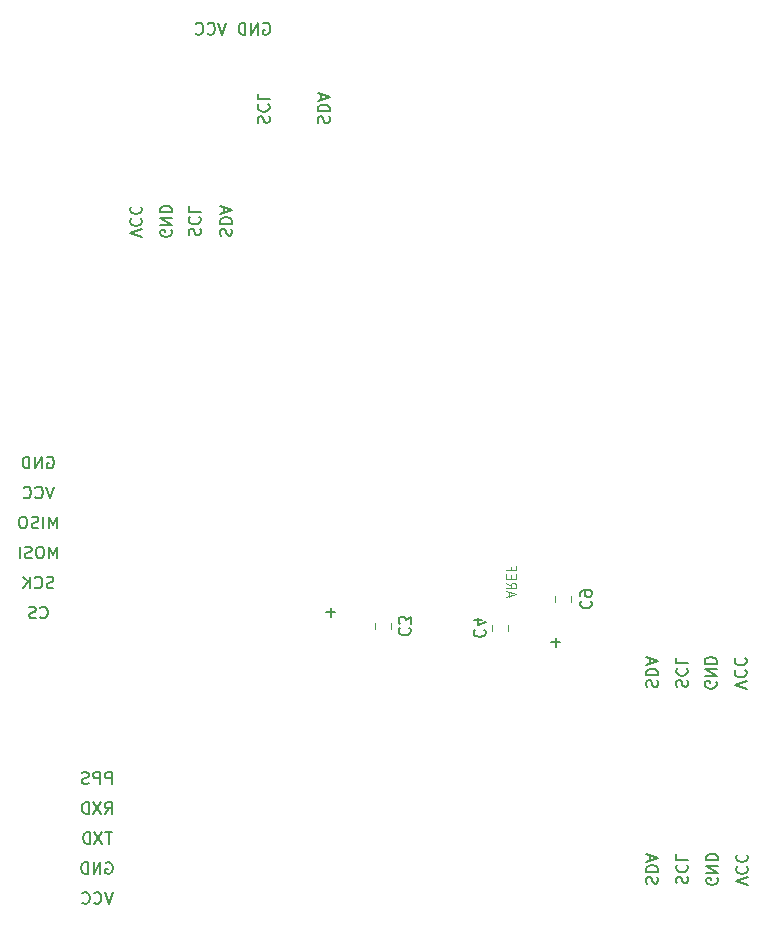
<source format=gbr>
G04 #@! TF.GenerationSoftware,KiCad,Pcbnew,5.1.4*
G04 #@! TF.CreationDate,2019-09-28T03:23:27+02:00*
G04 #@! TF.ProjectId,Stratosensor,53747261-746f-4736-956e-736f722e6b69,rev?*
G04 #@! TF.SameCoordinates,Original*
G04 #@! TF.FileFunction,Legend,Bot*
G04 #@! TF.FilePolarity,Positive*
%FSLAX46Y46*%
G04 Gerber Fmt 4.6, Leading zero omitted, Abs format (unit mm)*
G04 Created by KiCad (PCBNEW 5.1.4) date 2019-09-28 03:23:27*
%MOMM*%
%LPD*%
G04 APERTURE LIST*
%ADD10C,0.150000*%
%ADD11C,0.120000*%
%ADD12C,3.302000*%
%ADD13C,1.626000*%
%ADD14R,1.626000X1.626000*%
%ADD15C,1.702000*%
%ADD16O,1.802000X1.802000*%
%ADD17R,1.802000X1.802000*%
%ADD18C,0.100000*%
%ADD19C,1.252000*%
%ADD20O,2.302000X1.842000*%
%ADD21C,1.842000*%
%ADD22R,1.702000X1.702000*%
%ADD23C,1.902000*%
%ADD24R,1.902000X1.902000*%
%ADD25O,1.702000X1.702000*%
%ADD26C,2.202000*%
%ADD27C,1.802000*%
%ADD28C,1.852000*%
%ADD29R,1.852000X1.852000*%
%ADD30C,1.602000*%
%ADD31O,1.829200X1.829200*%
%ADD32R,1.829200X1.829200*%
G04 APERTURE END LIST*
D10*
X143883000Y-138810904D02*
X143930619Y-138906142D01*
X143930619Y-139049000D01*
X143883000Y-139191857D01*
X143787761Y-139287095D01*
X143692523Y-139334714D01*
X143502047Y-139382333D01*
X143359190Y-139382333D01*
X143168714Y-139334714D01*
X143073476Y-139287095D01*
X142978238Y-139191857D01*
X142930619Y-139049000D01*
X142930619Y-138953761D01*
X142978238Y-138810904D01*
X143025857Y-138763285D01*
X143359190Y-138763285D01*
X143359190Y-138953761D01*
X142930619Y-138334714D02*
X143930619Y-138334714D01*
X142930619Y-137763285D01*
X143930619Y-137763285D01*
X142930619Y-137287095D02*
X143930619Y-137287095D01*
X143930619Y-137049000D01*
X143883000Y-136906142D01*
X143787761Y-136810904D01*
X143692523Y-136763285D01*
X143502047Y-136715666D01*
X143359190Y-136715666D01*
X143168714Y-136763285D01*
X143073476Y-136810904D01*
X142978238Y-136906142D01*
X142930619Y-137049000D01*
X142930619Y-137287095D01*
X146470619Y-139382333D02*
X145470619Y-139049000D01*
X146470619Y-138715666D01*
X145565857Y-137810904D02*
X145518238Y-137858523D01*
X145470619Y-138001380D01*
X145470619Y-138096619D01*
X145518238Y-138239476D01*
X145613476Y-138334714D01*
X145708714Y-138382333D01*
X145899190Y-138429952D01*
X146042047Y-138429952D01*
X146232523Y-138382333D01*
X146327761Y-138334714D01*
X146423000Y-138239476D01*
X146470619Y-138096619D01*
X146470619Y-138001380D01*
X146423000Y-137858523D01*
X146375380Y-137810904D01*
X145565857Y-136810904D02*
X145518238Y-136858523D01*
X145470619Y-137001380D01*
X145470619Y-137096619D01*
X145518238Y-137239476D01*
X145613476Y-137334714D01*
X145708714Y-137382333D01*
X145899190Y-137429952D01*
X146042047Y-137429952D01*
X146232523Y-137382333D01*
X146327761Y-137334714D01*
X146423000Y-137239476D01*
X146470619Y-137096619D01*
X146470619Y-137001380D01*
X146423000Y-136858523D01*
X146375380Y-136810904D01*
X146343619Y-122745333D02*
X145343619Y-122412000D01*
X146343619Y-122078666D01*
X145438857Y-121173904D02*
X145391238Y-121221523D01*
X145343619Y-121364380D01*
X145343619Y-121459619D01*
X145391238Y-121602476D01*
X145486476Y-121697714D01*
X145581714Y-121745333D01*
X145772190Y-121792952D01*
X145915047Y-121792952D01*
X146105523Y-121745333D01*
X146200761Y-121697714D01*
X146296000Y-121602476D01*
X146343619Y-121459619D01*
X146343619Y-121364380D01*
X146296000Y-121221523D01*
X146248380Y-121173904D01*
X145438857Y-120173904D02*
X145391238Y-120221523D01*
X145343619Y-120364380D01*
X145343619Y-120459619D01*
X145391238Y-120602476D01*
X145486476Y-120697714D01*
X145581714Y-120745333D01*
X145772190Y-120792952D01*
X145915047Y-120792952D01*
X146105523Y-120745333D01*
X146200761Y-120697714D01*
X146296000Y-120602476D01*
X146343619Y-120459619D01*
X146343619Y-120364380D01*
X146296000Y-120221523D01*
X146248380Y-120173904D01*
X143756000Y-122173904D02*
X143803619Y-122269142D01*
X143803619Y-122412000D01*
X143756000Y-122554857D01*
X143660761Y-122650095D01*
X143565523Y-122697714D01*
X143375047Y-122745333D01*
X143232190Y-122745333D01*
X143041714Y-122697714D01*
X142946476Y-122650095D01*
X142851238Y-122554857D01*
X142803619Y-122412000D01*
X142803619Y-122316761D01*
X142851238Y-122173904D01*
X142898857Y-122126285D01*
X143232190Y-122126285D01*
X143232190Y-122316761D01*
X142803619Y-121697714D02*
X143803619Y-121697714D01*
X142803619Y-121126285D01*
X143803619Y-121126285D01*
X142803619Y-120650095D02*
X143803619Y-120650095D01*
X143803619Y-120412000D01*
X143756000Y-120269142D01*
X143660761Y-120173904D01*
X143565523Y-120126285D01*
X143375047Y-120078666D01*
X143232190Y-120078666D01*
X143041714Y-120126285D01*
X142946476Y-120173904D01*
X142851238Y-120269142D01*
X142803619Y-120412000D01*
X142803619Y-120650095D01*
X130555952Y-118816428D02*
X129794047Y-118816428D01*
X130175000Y-119197380D02*
X130175000Y-118435476D01*
X111505952Y-116276428D02*
X110744047Y-116276428D01*
X111125000Y-116657380D02*
X111125000Y-115895476D01*
D11*
X126231666Y-114960238D02*
X126231666Y-114579285D01*
X126003095Y-115036428D02*
X126803095Y-114769761D01*
X126003095Y-114503095D01*
X126003095Y-113779285D02*
X126384047Y-114045952D01*
X126003095Y-114236428D02*
X126803095Y-114236428D01*
X126803095Y-113931666D01*
X126765000Y-113855476D01*
X126726904Y-113817380D01*
X126650714Y-113779285D01*
X126536428Y-113779285D01*
X126460238Y-113817380D01*
X126422142Y-113855476D01*
X126384047Y-113931666D01*
X126384047Y-114236428D01*
X126422142Y-113436428D02*
X126422142Y-113169761D01*
X126003095Y-113055476D02*
X126003095Y-113436428D01*
X126803095Y-113436428D01*
X126803095Y-113055476D01*
X126422142Y-112445952D02*
X126422142Y-112712619D01*
X126003095Y-112712619D02*
X126803095Y-112712619D01*
X126803095Y-112331666D01*
D10*
X105441428Y-66429000D02*
X105536666Y-66381380D01*
X105679523Y-66381380D01*
X105822380Y-66429000D01*
X105917619Y-66524238D01*
X105965238Y-66619476D01*
X106012857Y-66809952D01*
X106012857Y-66952809D01*
X105965238Y-67143285D01*
X105917619Y-67238523D01*
X105822380Y-67333761D01*
X105679523Y-67381380D01*
X105584285Y-67381380D01*
X105441428Y-67333761D01*
X105393809Y-67286142D01*
X105393809Y-66952809D01*
X105584285Y-66952809D01*
X104965238Y-67381380D02*
X104965238Y-66381380D01*
X104393809Y-67381380D01*
X104393809Y-66381380D01*
X103917619Y-67381380D02*
X103917619Y-66381380D01*
X103679523Y-66381380D01*
X103536666Y-66429000D01*
X103441428Y-66524238D01*
X103393809Y-66619476D01*
X103346190Y-66809952D01*
X103346190Y-66952809D01*
X103393809Y-67143285D01*
X103441428Y-67238523D01*
X103536666Y-67333761D01*
X103679523Y-67381380D01*
X103917619Y-67381380D01*
X102298571Y-66381380D02*
X101965238Y-67381380D01*
X101631904Y-66381380D01*
X100727142Y-67286142D02*
X100774761Y-67333761D01*
X100917619Y-67381380D01*
X101012857Y-67381380D01*
X101155714Y-67333761D01*
X101250952Y-67238523D01*
X101298571Y-67143285D01*
X101346190Y-66952809D01*
X101346190Y-66809952D01*
X101298571Y-66619476D01*
X101250952Y-66524238D01*
X101155714Y-66429000D01*
X101012857Y-66381380D01*
X100917619Y-66381380D01*
X100774761Y-66429000D01*
X100727142Y-66476619D01*
X99727142Y-67286142D02*
X99774761Y-67333761D01*
X99917619Y-67381380D01*
X100012857Y-67381380D01*
X100155714Y-67333761D01*
X100250952Y-67238523D01*
X100298571Y-67143285D01*
X100346190Y-66952809D01*
X100346190Y-66809952D01*
X100298571Y-66619476D01*
X100250952Y-66524238D01*
X100155714Y-66429000D01*
X100012857Y-66381380D01*
X99917619Y-66381380D01*
X99774761Y-66429000D01*
X99727142Y-66476619D01*
X97655000Y-83946904D02*
X97702619Y-84042142D01*
X97702619Y-84185000D01*
X97655000Y-84327857D01*
X97559761Y-84423095D01*
X97464523Y-84470714D01*
X97274047Y-84518333D01*
X97131190Y-84518333D01*
X96940714Y-84470714D01*
X96845476Y-84423095D01*
X96750238Y-84327857D01*
X96702619Y-84185000D01*
X96702619Y-84089761D01*
X96750238Y-83946904D01*
X96797857Y-83899285D01*
X97131190Y-83899285D01*
X97131190Y-84089761D01*
X96702619Y-83470714D02*
X97702619Y-83470714D01*
X96702619Y-82899285D01*
X97702619Y-82899285D01*
X96702619Y-82423095D02*
X97702619Y-82423095D01*
X97702619Y-82185000D01*
X97655000Y-82042142D01*
X97559761Y-81946904D01*
X97464523Y-81899285D01*
X97274047Y-81851666D01*
X97131190Y-81851666D01*
X96940714Y-81899285D01*
X96845476Y-81946904D01*
X96750238Y-82042142D01*
X96702619Y-82185000D01*
X96702619Y-82423095D01*
X95162619Y-84518333D02*
X94162619Y-84185000D01*
X95162619Y-83851666D01*
X94257857Y-82946904D02*
X94210238Y-82994523D01*
X94162619Y-83137380D01*
X94162619Y-83232619D01*
X94210238Y-83375476D01*
X94305476Y-83470714D01*
X94400714Y-83518333D01*
X94591190Y-83565952D01*
X94734047Y-83565952D01*
X94924523Y-83518333D01*
X95019761Y-83470714D01*
X95115000Y-83375476D01*
X95162619Y-83232619D01*
X95162619Y-83137380D01*
X95115000Y-82994523D01*
X95067380Y-82946904D01*
X94257857Y-81946904D02*
X94210238Y-81994523D01*
X94162619Y-82137380D01*
X94162619Y-82232619D01*
X94210238Y-82375476D01*
X94305476Y-82470714D01*
X94400714Y-82518333D01*
X94591190Y-82565952D01*
X94734047Y-82565952D01*
X94924523Y-82518333D01*
X95019761Y-82470714D01*
X95115000Y-82375476D01*
X95162619Y-82232619D01*
X95162619Y-82137380D01*
X95115000Y-81994523D01*
X95067380Y-81946904D01*
X105005238Y-74850476D02*
X104957619Y-74707619D01*
X104957619Y-74469523D01*
X105005238Y-74374285D01*
X105052857Y-74326666D01*
X105148095Y-74279047D01*
X105243333Y-74279047D01*
X105338571Y-74326666D01*
X105386190Y-74374285D01*
X105433809Y-74469523D01*
X105481428Y-74660000D01*
X105529047Y-74755238D01*
X105576666Y-74802857D01*
X105671904Y-74850476D01*
X105767142Y-74850476D01*
X105862380Y-74802857D01*
X105910000Y-74755238D01*
X105957619Y-74660000D01*
X105957619Y-74421904D01*
X105910000Y-74279047D01*
X105052857Y-73279047D02*
X105005238Y-73326666D01*
X104957619Y-73469523D01*
X104957619Y-73564761D01*
X105005238Y-73707619D01*
X105100476Y-73802857D01*
X105195714Y-73850476D01*
X105386190Y-73898095D01*
X105529047Y-73898095D01*
X105719523Y-73850476D01*
X105814761Y-73802857D01*
X105910000Y-73707619D01*
X105957619Y-73564761D01*
X105957619Y-73469523D01*
X105910000Y-73326666D01*
X105862380Y-73279047D01*
X104957619Y-72374285D02*
X104957619Y-72850476D01*
X105957619Y-72850476D01*
X110085238Y-74874285D02*
X110037619Y-74731428D01*
X110037619Y-74493333D01*
X110085238Y-74398095D01*
X110132857Y-74350476D01*
X110228095Y-74302857D01*
X110323333Y-74302857D01*
X110418571Y-74350476D01*
X110466190Y-74398095D01*
X110513809Y-74493333D01*
X110561428Y-74683809D01*
X110609047Y-74779047D01*
X110656666Y-74826666D01*
X110751904Y-74874285D01*
X110847142Y-74874285D01*
X110942380Y-74826666D01*
X110990000Y-74779047D01*
X111037619Y-74683809D01*
X111037619Y-74445714D01*
X110990000Y-74302857D01*
X110037619Y-73874285D02*
X111037619Y-73874285D01*
X111037619Y-73636190D01*
X110990000Y-73493333D01*
X110894761Y-73398095D01*
X110799523Y-73350476D01*
X110609047Y-73302857D01*
X110466190Y-73302857D01*
X110275714Y-73350476D01*
X110180476Y-73398095D01*
X110085238Y-73493333D01*
X110037619Y-73636190D01*
X110037619Y-73874285D01*
X110323333Y-72921904D02*
X110323333Y-72445714D01*
X110037619Y-73017142D02*
X111037619Y-72683809D01*
X110037619Y-72350476D01*
X99163238Y-84375476D02*
X99115619Y-84232619D01*
X99115619Y-83994523D01*
X99163238Y-83899285D01*
X99210857Y-83851666D01*
X99306095Y-83804047D01*
X99401333Y-83804047D01*
X99496571Y-83851666D01*
X99544190Y-83899285D01*
X99591809Y-83994523D01*
X99639428Y-84185000D01*
X99687047Y-84280238D01*
X99734666Y-84327857D01*
X99829904Y-84375476D01*
X99925142Y-84375476D01*
X100020380Y-84327857D01*
X100068000Y-84280238D01*
X100115619Y-84185000D01*
X100115619Y-83946904D01*
X100068000Y-83804047D01*
X99210857Y-82804047D02*
X99163238Y-82851666D01*
X99115619Y-82994523D01*
X99115619Y-83089761D01*
X99163238Y-83232619D01*
X99258476Y-83327857D01*
X99353714Y-83375476D01*
X99544190Y-83423095D01*
X99687047Y-83423095D01*
X99877523Y-83375476D01*
X99972761Y-83327857D01*
X100068000Y-83232619D01*
X100115619Y-83089761D01*
X100115619Y-82994523D01*
X100068000Y-82851666D01*
X100020380Y-82804047D01*
X99115619Y-81899285D02*
X99115619Y-82375476D01*
X100115619Y-82375476D01*
X101830238Y-84399285D02*
X101782619Y-84256428D01*
X101782619Y-84018333D01*
X101830238Y-83923095D01*
X101877857Y-83875476D01*
X101973095Y-83827857D01*
X102068333Y-83827857D01*
X102163571Y-83875476D01*
X102211190Y-83923095D01*
X102258809Y-84018333D01*
X102306428Y-84208809D01*
X102354047Y-84304047D01*
X102401666Y-84351666D01*
X102496904Y-84399285D01*
X102592142Y-84399285D01*
X102687380Y-84351666D01*
X102735000Y-84304047D01*
X102782619Y-84208809D01*
X102782619Y-83970714D01*
X102735000Y-83827857D01*
X101782619Y-83399285D02*
X102782619Y-83399285D01*
X102782619Y-83161190D01*
X102735000Y-83018333D01*
X102639761Y-82923095D01*
X102544523Y-82875476D01*
X102354047Y-82827857D01*
X102211190Y-82827857D01*
X102020714Y-82875476D01*
X101925476Y-82923095D01*
X101830238Y-83018333D01*
X101782619Y-83161190D01*
X101782619Y-83399285D01*
X102068333Y-82446904D02*
X102068333Y-81970714D01*
X101782619Y-82542142D02*
X102782619Y-82208809D01*
X101782619Y-81875476D01*
X137898238Y-139263285D02*
X137850619Y-139120428D01*
X137850619Y-138882333D01*
X137898238Y-138787095D01*
X137945857Y-138739476D01*
X138041095Y-138691857D01*
X138136333Y-138691857D01*
X138231571Y-138739476D01*
X138279190Y-138787095D01*
X138326809Y-138882333D01*
X138374428Y-139072809D01*
X138422047Y-139168047D01*
X138469666Y-139215666D01*
X138564904Y-139263285D01*
X138660142Y-139263285D01*
X138755380Y-139215666D01*
X138803000Y-139168047D01*
X138850619Y-139072809D01*
X138850619Y-138834714D01*
X138803000Y-138691857D01*
X137850619Y-138263285D02*
X138850619Y-138263285D01*
X138850619Y-138025190D01*
X138803000Y-137882333D01*
X138707761Y-137787095D01*
X138612523Y-137739476D01*
X138422047Y-137691857D01*
X138279190Y-137691857D01*
X138088714Y-137739476D01*
X137993476Y-137787095D01*
X137898238Y-137882333D01*
X137850619Y-138025190D01*
X137850619Y-138263285D01*
X138136333Y-137310904D02*
X138136333Y-136834714D01*
X137850619Y-137406142D02*
X138850619Y-137072809D01*
X137850619Y-136739476D01*
X140438238Y-139239476D02*
X140390619Y-139096619D01*
X140390619Y-138858523D01*
X140438238Y-138763285D01*
X140485857Y-138715666D01*
X140581095Y-138668047D01*
X140676333Y-138668047D01*
X140771571Y-138715666D01*
X140819190Y-138763285D01*
X140866809Y-138858523D01*
X140914428Y-139049000D01*
X140962047Y-139144238D01*
X141009666Y-139191857D01*
X141104904Y-139239476D01*
X141200142Y-139239476D01*
X141295380Y-139191857D01*
X141343000Y-139144238D01*
X141390619Y-139049000D01*
X141390619Y-138810904D01*
X141343000Y-138668047D01*
X140485857Y-137668047D02*
X140438238Y-137715666D01*
X140390619Y-137858523D01*
X140390619Y-137953761D01*
X140438238Y-138096619D01*
X140533476Y-138191857D01*
X140628714Y-138239476D01*
X140819190Y-138287095D01*
X140962047Y-138287095D01*
X141152523Y-138239476D01*
X141247761Y-138191857D01*
X141343000Y-138096619D01*
X141390619Y-137953761D01*
X141390619Y-137858523D01*
X141343000Y-137715666D01*
X141295380Y-137668047D01*
X140390619Y-136763285D02*
X140390619Y-137239476D01*
X141390619Y-137239476D01*
X137898238Y-122626285D02*
X137850619Y-122483428D01*
X137850619Y-122245333D01*
X137898238Y-122150095D01*
X137945857Y-122102476D01*
X138041095Y-122054857D01*
X138136333Y-122054857D01*
X138231571Y-122102476D01*
X138279190Y-122150095D01*
X138326809Y-122245333D01*
X138374428Y-122435809D01*
X138422047Y-122531047D01*
X138469666Y-122578666D01*
X138564904Y-122626285D01*
X138660142Y-122626285D01*
X138755380Y-122578666D01*
X138803000Y-122531047D01*
X138850619Y-122435809D01*
X138850619Y-122197714D01*
X138803000Y-122054857D01*
X137850619Y-121626285D02*
X138850619Y-121626285D01*
X138850619Y-121388190D01*
X138803000Y-121245333D01*
X138707761Y-121150095D01*
X138612523Y-121102476D01*
X138422047Y-121054857D01*
X138279190Y-121054857D01*
X138088714Y-121102476D01*
X137993476Y-121150095D01*
X137898238Y-121245333D01*
X137850619Y-121388190D01*
X137850619Y-121626285D01*
X138136333Y-120673904D02*
X138136333Y-120197714D01*
X137850619Y-120769142D02*
X138850619Y-120435809D01*
X137850619Y-120102476D01*
X140438238Y-122602476D02*
X140390619Y-122459619D01*
X140390619Y-122221523D01*
X140438238Y-122126285D01*
X140485857Y-122078666D01*
X140581095Y-122031047D01*
X140676333Y-122031047D01*
X140771571Y-122078666D01*
X140819190Y-122126285D01*
X140866809Y-122221523D01*
X140914428Y-122412000D01*
X140962047Y-122507238D01*
X141009666Y-122554857D01*
X141104904Y-122602476D01*
X141200142Y-122602476D01*
X141295380Y-122554857D01*
X141343000Y-122507238D01*
X141390619Y-122412000D01*
X141390619Y-122173904D01*
X141343000Y-122031047D01*
X140485857Y-121031047D02*
X140438238Y-121078666D01*
X140390619Y-121221523D01*
X140390619Y-121316761D01*
X140438238Y-121459619D01*
X140533476Y-121554857D01*
X140628714Y-121602476D01*
X140819190Y-121650095D01*
X140962047Y-121650095D01*
X141152523Y-121602476D01*
X141247761Y-121554857D01*
X141343000Y-121459619D01*
X141390619Y-121316761D01*
X141390619Y-121221523D01*
X141343000Y-121078666D01*
X141295380Y-121031047D01*
X140390619Y-120126285D02*
X140390619Y-120602476D01*
X141390619Y-120602476D01*
D11*
X131520000Y-114918748D02*
X131520000Y-115441252D01*
X130100000Y-114918748D02*
X130100000Y-115441252D01*
X126186000Y-117331748D02*
X126186000Y-117854252D01*
X124766000Y-117331748D02*
X124766000Y-117854252D01*
X114860000Y-117696252D02*
X114860000Y-117173748D01*
X116280000Y-117696252D02*
X116280000Y-117173748D01*
D10*
X132357857Y-115346666D02*
X132310238Y-115394285D01*
X132262619Y-115537142D01*
X132262619Y-115632380D01*
X132310238Y-115775238D01*
X132405476Y-115870476D01*
X132500714Y-115918095D01*
X132691190Y-115965714D01*
X132834047Y-115965714D01*
X133024523Y-115918095D01*
X133119761Y-115870476D01*
X133215000Y-115775238D01*
X133262619Y-115632380D01*
X133262619Y-115537142D01*
X133215000Y-115394285D01*
X133167380Y-115346666D01*
X132262619Y-114870476D02*
X132262619Y-114680000D01*
X132310238Y-114584761D01*
X132357857Y-114537142D01*
X132500714Y-114441904D01*
X132691190Y-114394285D01*
X133072142Y-114394285D01*
X133167380Y-114441904D01*
X133215000Y-114489523D01*
X133262619Y-114584761D01*
X133262619Y-114775238D01*
X133215000Y-114870476D01*
X133167380Y-114918095D01*
X133072142Y-114965714D01*
X132834047Y-114965714D01*
X132738809Y-114918095D01*
X132691190Y-114870476D01*
X132643571Y-114775238D01*
X132643571Y-114584761D01*
X132691190Y-114489523D01*
X132738809Y-114441904D01*
X132834047Y-114394285D01*
X123340857Y-117759666D02*
X123293238Y-117807285D01*
X123245619Y-117950142D01*
X123245619Y-118045380D01*
X123293238Y-118188238D01*
X123388476Y-118283476D01*
X123483714Y-118331095D01*
X123674190Y-118378714D01*
X123817047Y-118378714D01*
X124007523Y-118331095D01*
X124102761Y-118283476D01*
X124198000Y-118188238D01*
X124245619Y-118045380D01*
X124245619Y-117950142D01*
X124198000Y-117807285D01*
X124150380Y-117759666D01*
X123912285Y-116902523D02*
X123245619Y-116902523D01*
X124293238Y-117140619D02*
X123578952Y-117378714D01*
X123578952Y-116759666D01*
X86546666Y-116707142D02*
X86594285Y-116754761D01*
X86737142Y-116802380D01*
X86832380Y-116802380D01*
X86975238Y-116754761D01*
X87070476Y-116659523D01*
X87118095Y-116564285D01*
X87165714Y-116373809D01*
X87165714Y-116230952D01*
X87118095Y-116040476D01*
X87070476Y-115945238D01*
X86975238Y-115850000D01*
X86832380Y-115802380D01*
X86737142Y-115802380D01*
X86594285Y-115850000D01*
X86546666Y-115897619D01*
X86165714Y-116754761D02*
X86022857Y-116802380D01*
X85784761Y-116802380D01*
X85689523Y-116754761D01*
X85641904Y-116707142D01*
X85594285Y-116611904D01*
X85594285Y-116516666D01*
X85641904Y-116421428D01*
X85689523Y-116373809D01*
X85784761Y-116326190D01*
X85975238Y-116278571D01*
X86070476Y-116230952D01*
X86118095Y-116183333D01*
X86165714Y-116088095D01*
X86165714Y-115992857D01*
X86118095Y-115897619D01*
X86070476Y-115850000D01*
X85975238Y-115802380D01*
X85737142Y-115802380D01*
X85594285Y-115850000D01*
X87665714Y-114214761D02*
X87522857Y-114262380D01*
X87284761Y-114262380D01*
X87189523Y-114214761D01*
X87141904Y-114167142D01*
X87094285Y-114071904D01*
X87094285Y-113976666D01*
X87141904Y-113881428D01*
X87189523Y-113833809D01*
X87284761Y-113786190D01*
X87475238Y-113738571D01*
X87570476Y-113690952D01*
X87618095Y-113643333D01*
X87665714Y-113548095D01*
X87665714Y-113452857D01*
X87618095Y-113357619D01*
X87570476Y-113310000D01*
X87475238Y-113262380D01*
X87237142Y-113262380D01*
X87094285Y-113310000D01*
X86094285Y-114167142D02*
X86141904Y-114214761D01*
X86284761Y-114262380D01*
X86380000Y-114262380D01*
X86522857Y-114214761D01*
X86618095Y-114119523D01*
X86665714Y-114024285D01*
X86713333Y-113833809D01*
X86713333Y-113690952D01*
X86665714Y-113500476D01*
X86618095Y-113405238D01*
X86522857Y-113310000D01*
X86380000Y-113262380D01*
X86284761Y-113262380D01*
X86141904Y-113310000D01*
X86094285Y-113357619D01*
X85665714Y-114262380D02*
X85665714Y-113262380D01*
X85094285Y-114262380D02*
X85522857Y-113690952D01*
X85094285Y-113262380D02*
X85665714Y-113833809D01*
X87951428Y-111722380D02*
X87951428Y-110722380D01*
X87618095Y-111436666D01*
X87284761Y-110722380D01*
X87284761Y-111722380D01*
X86618095Y-110722380D02*
X86427619Y-110722380D01*
X86332380Y-110770000D01*
X86237142Y-110865238D01*
X86189523Y-111055714D01*
X86189523Y-111389047D01*
X86237142Y-111579523D01*
X86332380Y-111674761D01*
X86427619Y-111722380D01*
X86618095Y-111722380D01*
X86713333Y-111674761D01*
X86808571Y-111579523D01*
X86856190Y-111389047D01*
X86856190Y-111055714D01*
X86808571Y-110865238D01*
X86713333Y-110770000D01*
X86618095Y-110722380D01*
X85808571Y-111674761D02*
X85665714Y-111722380D01*
X85427619Y-111722380D01*
X85332380Y-111674761D01*
X85284761Y-111627142D01*
X85237142Y-111531904D01*
X85237142Y-111436666D01*
X85284761Y-111341428D01*
X85332380Y-111293809D01*
X85427619Y-111246190D01*
X85618095Y-111198571D01*
X85713333Y-111150952D01*
X85760952Y-111103333D01*
X85808571Y-111008095D01*
X85808571Y-110912857D01*
X85760952Y-110817619D01*
X85713333Y-110770000D01*
X85618095Y-110722380D01*
X85380000Y-110722380D01*
X85237142Y-110770000D01*
X84808571Y-111722380D02*
X84808571Y-110722380D01*
X87951428Y-109182380D02*
X87951428Y-108182380D01*
X87618095Y-108896666D01*
X87284761Y-108182380D01*
X87284761Y-109182380D01*
X86808571Y-109182380D02*
X86808571Y-108182380D01*
X86380000Y-109134761D02*
X86237142Y-109182380D01*
X85999047Y-109182380D01*
X85903809Y-109134761D01*
X85856190Y-109087142D01*
X85808571Y-108991904D01*
X85808571Y-108896666D01*
X85856190Y-108801428D01*
X85903809Y-108753809D01*
X85999047Y-108706190D01*
X86189523Y-108658571D01*
X86284761Y-108610952D01*
X86332380Y-108563333D01*
X86380000Y-108468095D01*
X86380000Y-108372857D01*
X86332380Y-108277619D01*
X86284761Y-108230000D01*
X86189523Y-108182380D01*
X85951428Y-108182380D01*
X85808571Y-108230000D01*
X85189523Y-108182380D02*
X84999047Y-108182380D01*
X84903809Y-108230000D01*
X84808571Y-108325238D01*
X84760952Y-108515714D01*
X84760952Y-108849047D01*
X84808571Y-109039523D01*
X84903809Y-109134761D01*
X84999047Y-109182380D01*
X85189523Y-109182380D01*
X85284761Y-109134761D01*
X85380000Y-109039523D01*
X85427619Y-108849047D01*
X85427619Y-108515714D01*
X85380000Y-108325238D01*
X85284761Y-108230000D01*
X85189523Y-108182380D01*
X87713333Y-105642380D02*
X87380000Y-106642380D01*
X87046666Y-105642380D01*
X86141904Y-106547142D02*
X86189523Y-106594761D01*
X86332380Y-106642380D01*
X86427619Y-106642380D01*
X86570476Y-106594761D01*
X86665714Y-106499523D01*
X86713333Y-106404285D01*
X86760952Y-106213809D01*
X86760952Y-106070952D01*
X86713333Y-105880476D01*
X86665714Y-105785238D01*
X86570476Y-105690000D01*
X86427619Y-105642380D01*
X86332380Y-105642380D01*
X86189523Y-105690000D01*
X86141904Y-105737619D01*
X85141904Y-106547142D02*
X85189523Y-106594761D01*
X85332380Y-106642380D01*
X85427619Y-106642380D01*
X85570476Y-106594761D01*
X85665714Y-106499523D01*
X85713333Y-106404285D01*
X85760952Y-106213809D01*
X85760952Y-106070952D01*
X85713333Y-105880476D01*
X85665714Y-105785238D01*
X85570476Y-105690000D01*
X85427619Y-105642380D01*
X85332380Y-105642380D01*
X85189523Y-105690000D01*
X85141904Y-105737619D01*
X87141904Y-103150000D02*
X87237142Y-103102380D01*
X87380000Y-103102380D01*
X87522857Y-103150000D01*
X87618095Y-103245238D01*
X87665714Y-103340476D01*
X87713333Y-103530952D01*
X87713333Y-103673809D01*
X87665714Y-103864285D01*
X87618095Y-103959523D01*
X87522857Y-104054761D01*
X87380000Y-104102380D01*
X87284761Y-104102380D01*
X87141904Y-104054761D01*
X87094285Y-104007142D01*
X87094285Y-103673809D01*
X87284761Y-103673809D01*
X86665714Y-104102380D02*
X86665714Y-103102380D01*
X86094285Y-104102380D01*
X86094285Y-103102380D01*
X85618095Y-104102380D02*
X85618095Y-103102380D01*
X85380000Y-103102380D01*
X85237142Y-103150000D01*
X85141904Y-103245238D01*
X85094285Y-103340476D01*
X85046666Y-103530952D01*
X85046666Y-103673809D01*
X85094285Y-103864285D01*
X85141904Y-103959523D01*
X85237142Y-104054761D01*
X85380000Y-104102380D01*
X85618095Y-104102380D01*
X92683333Y-139992380D02*
X92350000Y-140992380D01*
X92016666Y-139992380D01*
X91111904Y-140897142D02*
X91159523Y-140944761D01*
X91302380Y-140992380D01*
X91397619Y-140992380D01*
X91540476Y-140944761D01*
X91635714Y-140849523D01*
X91683333Y-140754285D01*
X91730952Y-140563809D01*
X91730952Y-140420952D01*
X91683333Y-140230476D01*
X91635714Y-140135238D01*
X91540476Y-140040000D01*
X91397619Y-139992380D01*
X91302380Y-139992380D01*
X91159523Y-140040000D01*
X91111904Y-140087619D01*
X90111904Y-140897142D02*
X90159523Y-140944761D01*
X90302380Y-140992380D01*
X90397619Y-140992380D01*
X90540476Y-140944761D01*
X90635714Y-140849523D01*
X90683333Y-140754285D01*
X90730952Y-140563809D01*
X90730952Y-140420952D01*
X90683333Y-140230476D01*
X90635714Y-140135238D01*
X90540476Y-140040000D01*
X90397619Y-139992380D01*
X90302380Y-139992380D01*
X90159523Y-140040000D01*
X90111904Y-140087619D01*
X92111904Y-137500000D02*
X92207142Y-137452380D01*
X92350000Y-137452380D01*
X92492857Y-137500000D01*
X92588095Y-137595238D01*
X92635714Y-137690476D01*
X92683333Y-137880952D01*
X92683333Y-138023809D01*
X92635714Y-138214285D01*
X92588095Y-138309523D01*
X92492857Y-138404761D01*
X92350000Y-138452380D01*
X92254761Y-138452380D01*
X92111904Y-138404761D01*
X92064285Y-138357142D01*
X92064285Y-138023809D01*
X92254761Y-138023809D01*
X91635714Y-138452380D02*
X91635714Y-137452380D01*
X91064285Y-138452380D01*
X91064285Y-137452380D01*
X90588095Y-138452380D02*
X90588095Y-137452380D01*
X90350000Y-137452380D01*
X90207142Y-137500000D01*
X90111904Y-137595238D01*
X90064285Y-137690476D01*
X90016666Y-137880952D01*
X90016666Y-138023809D01*
X90064285Y-138214285D01*
X90111904Y-138309523D01*
X90207142Y-138404761D01*
X90350000Y-138452380D01*
X90588095Y-138452380D01*
X92611904Y-134912380D02*
X92040476Y-134912380D01*
X92326190Y-135912380D02*
X92326190Y-134912380D01*
X91802380Y-134912380D02*
X91135714Y-135912380D01*
X91135714Y-134912380D02*
X91802380Y-135912380D01*
X90754761Y-135912380D02*
X90754761Y-134912380D01*
X90516666Y-134912380D01*
X90373809Y-134960000D01*
X90278571Y-135055238D01*
X90230952Y-135150476D01*
X90183333Y-135340952D01*
X90183333Y-135483809D01*
X90230952Y-135674285D01*
X90278571Y-135769523D01*
X90373809Y-135864761D01*
X90516666Y-135912380D01*
X90754761Y-135912380D01*
X92016666Y-133372380D02*
X92350000Y-132896190D01*
X92588095Y-133372380D02*
X92588095Y-132372380D01*
X92207142Y-132372380D01*
X92111904Y-132420000D01*
X92064285Y-132467619D01*
X92016666Y-132562857D01*
X92016666Y-132705714D01*
X92064285Y-132800952D01*
X92111904Y-132848571D01*
X92207142Y-132896190D01*
X92588095Y-132896190D01*
X91683333Y-132372380D02*
X91016666Y-133372380D01*
X91016666Y-132372380D02*
X91683333Y-133372380D01*
X90635714Y-133372380D02*
X90635714Y-132372380D01*
X90397619Y-132372380D01*
X90254761Y-132420000D01*
X90159523Y-132515238D01*
X90111904Y-132610476D01*
X90064285Y-132800952D01*
X90064285Y-132943809D01*
X90111904Y-133134285D01*
X90159523Y-133229523D01*
X90254761Y-133324761D01*
X90397619Y-133372380D01*
X90635714Y-133372380D01*
X92588095Y-130832380D02*
X92588095Y-129832380D01*
X92207142Y-129832380D01*
X92111904Y-129880000D01*
X92064285Y-129927619D01*
X92016666Y-130022857D01*
X92016666Y-130165714D01*
X92064285Y-130260952D01*
X92111904Y-130308571D01*
X92207142Y-130356190D01*
X92588095Y-130356190D01*
X91588095Y-130832380D02*
X91588095Y-129832380D01*
X91207142Y-129832380D01*
X91111904Y-129880000D01*
X91064285Y-129927619D01*
X91016666Y-130022857D01*
X91016666Y-130165714D01*
X91064285Y-130260952D01*
X91111904Y-130308571D01*
X91207142Y-130356190D01*
X91588095Y-130356190D01*
X90635714Y-130784761D02*
X90492857Y-130832380D01*
X90254761Y-130832380D01*
X90159523Y-130784761D01*
X90111904Y-130737142D01*
X90064285Y-130641904D01*
X90064285Y-130546666D01*
X90111904Y-130451428D01*
X90159523Y-130403809D01*
X90254761Y-130356190D01*
X90445238Y-130308571D01*
X90540476Y-130260952D01*
X90588095Y-130213333D01*
X90635714Y-130118095D01*
X90635714Y-130022857D01*
X90588095Y-129927619D01*
X90540476Y-129880000D01*
X90445238Y-129832380D01*
X90207142Y-129832380D01*
X90064285Y-129880000D01*
X116990857Y-117601666D02*
X116943238Y-117649285D01*
X116895619Y-117792142D01*
X116895619Y-117887380D01*
X116943238Y-118030238D01*
X117038476Y-118125476D01*
X117133714Y-118173095D01*
X117324190Y-118220714D01*
X117467047Y-118220714D01*
X117657523Y-118173095D01*
X117752761Y-118125476D01*
X117848000Y-118030238D01*
X117895619Y-117887380D01*
X117895619Y-117792142D01*
X117848000Y-117649285D01*
X117800380Y-117601666D01*
X117895619Y-117268333D02*
X117895619Y-116649285D01*
X117514666Y-116982619D01*
X117514666Y-116839761D01*
X117467047Y-116744523D01*
X117419428Y-116696904D01*
X117324190Y-116649285D01*
X117086095Y-116649285D01*
X116990857Y-116696904D01*
X116943238Y-116744523D01*
X116895619Y-116839761D01*
X116895619Y-117125476D01*
X116943238Y-117220714D01*
X116990857Y-117268333D01*
%LPC*%
D12*
X116205000Y-74930000D03*
X95885000Y-74930000D03*
D13*
X117475000Y-86360000D03*
X114935000Y-86360000D03*
X112395000Y-86360000D03*
X109855000Y-86360000D03*
X107315000Y-86360000D03*
X104775000Y-86360000D03*
X102235000Y-86360000D03*
X99695000Y-86360000D03*
X97155000Y-86360000D03*
D14*
X94615000Y-86360000D03*
D15*
X100076000Y-118190000D03*
X100076000Y-123190000D03*
X103378000Y-129206000D03*
X103378000Y-124206000D03*
D16*
X138430000Y-109220000D03*
X140970000Y-109220000D03*
X143510000Y-109220000D03*
D17*
X146050000Y-109220000D03*
D16*
X138430000Y-104140000D03*
X140970000Y-104140000D03*
X143510000Y-104140000D03*
D17*
X146050000Y-104140000D03*
D16*
X138430000Y-99060000D03*
X140970000Y-99060000D03*
X143510000Y-99060000D03*
D17*
X146050000Y-99060000D03*
D16*
X138430000Y-93980000D03*
X140970000Y-93980000D03*
X143510000Y-93980000D03*
D17*
X146050000Y-93980000D03*
D16*
X138430000Y-124460000D03*
X140970000Y-124460000D03*
X143510000Y-124460000D03*
D17*
X146050000Y-124460000D03*
D16*
X138430000Y-129540000D03*
X140970000Y-129540000D03*
X143510000Y-129540000D03*
D17*
X146050000Y-129540000D03*
D18*
G36*
X131315505Y-115580311D02*
G01*
X131341925Y-115584230D01*
X131367835Y-115590720D01*
X131392983Y-115599718D01*
X131417128Y-115611138D01*
X131440038Y-115624869D01*
X131461492Y-115640780D01*
X131481282Y-115658718D01*
X131499220Y-115678508D01*
X131515131Y-115699962D01*
X131528862Y-115722872D01*
X131540282Y-115747017D01*
X131549280Y-115772165D01*
X131555770Y-115798075D01*
X131559689Y-115824495D01*
X131561000Y-115851173D01*
X131561000Y-116558827D01*
X131559689Y-116585505D01*
X131555770Y-116611925D01*
X131549280Y-116637835D01*
X131540282Y-116662983D01*
X131528862Y-116687128D01*
X131515131Y-116710038D01*
X131499220Y-116731492D01*
X131481282Y-116751282D01*
X131461492Y-116769220D01*
X131440038Y-116785131D01*
X131417128Y-116798862D01*
X131392983Y-116810282D01*
X131367835Y-116819280D01*
X131341925Y-116825770D01*
X131315505Y-116829689D01*
X131288827Y-116831000D01*
X130331173Y-116831000D01*
X130304495Y-116829689D01*
X130278075Y-116825770D01*
X130252165Y-116819280D01*
X130227017Y-116810282D01*
X130202872Y-116798862D01*
X130179962Y-116785131D01*
X130158508Y-116769220D01*
X130138718Y-116751282D01*
X130120780Y-116731492D01*
X130104869Y-116710038D01*
X130091138Y-116687128D01*
X130079718Y-116662983D01*
X130070720Y-116637835D01*
X130064230Y-116611925D01*
X130060311Y-116585505D01*
X130059000Y-116558827D01*
X130059000Y-115851173D01*
X130060311Y-115824495D01*
X130064230Y-115798075D01*
X130070720Y-115772165D01*
X130079718Y-115747017D01*
X130091138Y-115722872D01*
X130104869Y-115699962D01*
X130120780Y-115678508D01*
X130138718Y-115658718D01*
X130158508Y-115640780D01*
X130179962Y-115624869D01*
X130202872Y-115611138D01*
X130227017Y-115599718D01*
X130252165Y-115590720D01*
X130278075Y-115584230D01*
X130304495Y-115580311D01*
X130331173Y-115579000D01*
X131288827Y-115579000D01*
X131315505Y-115580311D01*
X131315505Y-115580311D01*
G37*
D19*
X130810000Y-116205000D03*
D18*
G36*
X131315505Y-113530311D02*
G01*
X131341925Y-113534230D01*
X131367835Y-113540720D01*
X131392983Y-113549718D01*
X131417128Y-113561138D01*
X131440038Y-113574869D01*
X131461492Y-113590780D01*
X131481282Y-113608718D01*
X131499220Y-113628508D01*
X131515131Y-113649962D01*
X131528862Y-113672872D01*
X131540282Y-113697017D01*
X131549280Y-113722165D01*
X131555770Y-113748075D01*
X131559689Y-113774495D01*
X131561000Y-113801173D01*
X131561000Y-114508827D01*
X131559689Y-114535505D01*
X131555770Y-114561925D01*
X131549280Y-114587835D01*
X131540282Y-114612983D01*
X131528862Y-114637128D01*
X131515131Y-114660038D01*
X131499220Y-114681492D01*
X131481282Y-114701282D01*
X131461492Y-114719220D01*
X131440038Y-114735131D01*
X131417128Y-114748862D01*
X131392983Y-114760282D01*
X131367835Y-114769280D01*
X131341925Y-114775770D01*
X131315505Y-114779689D01*
X131288827Y-114781000D01*
X130331173Y-114781000D01*
X130304495Y-114779689D01*
X130278075Y-114775770D01*
X130252165Y-114769280D01*
X130227017Y-114760282D01*
X130202872Y-114748862D01*
X130179962Y-114735131D01*
X130158508Y-114719220D01*
X130138718Y-114701282D01*
X130120780Y-114681492D01*
X130104869Y-114660038D01*
X130091138Y-114637128D01*
X130079718Y-114612983D01*
X130070720Y-114587835D01*
X130064230Y-114561925D01*
X130060311Y-114535505D01*
X130059000Y-114508827D01*
X130059000Y-113801173D01*
X130060311Y-113774495D01*
X130064230Y-113748075D01*
X130070720Y-113722165D01*
X130079718Y-113697017D01*
X130091138Y-113672872D01*
X130104869Y-113649962D01*
X130120780Y-113628508D01*
X130138718Y-113608718D01*
X130158508Y-113590780D01*
X130179962Y-113574869D01*
X130202872Y-113561138D01*
X130227017Y-113549718D01*
X130252165Y-113540720D01*
X130278075Y-113534230D01*
X130304495Y-113530311D01*
X130331173Y-113529000D01*
X131288827Y-113529000D01*
X131315505Y-113530311D01*
X131315505Y-113530311D01*
G37*
D19*
X130810000Y-114155000D03*
D20*
X55880000Y-60960000D03*
D18*
G36*
X56792287Y-62580274D02*
G01*
X56817977Y-62584085D01*
X56843171Y-62590396D01*
X56867625Y-62599146D01*
X56891103Y-62610250D01*
X56913380Y-62623602D01*
X56934241Y-62639074D01*
X56953485Y-62656515D01*
X56970926Y-62675759D01*
X56986398Y-62696620D01*
X56999750Y-62718897D01*
X57010854Y-62742375D01*
X57019604Y-62766829D01*
X57025915Y-62792023D01*
X57029726Y-62817713D01*
X57031000Y-62843654D01*
X57031000Y-64156346D01*
X57029726Y-64182287D01*
X57025915Y-64207977D01*
X57019604Y-64233171D01*
X57010854Y-64257625D01*
X56999750Y-64281103D01*
X56986398Y-64303380D01*
X56970926Y-64324241D01*
X56953485Y-64343485D01*
X56934241Y-64360926D01*
X56913380Y-64376398D01*
X56891103Y-64389750D01*
X56867625Y-64400854D01*
X56843171Y-64409604D01*
X56817977Y-64415915D01*
X56792287Y-64419726D01*
X56766346Y-64421000D01*
X54993654Y-64421000D01*
X54967713Y-64419726D01*
X54942023Y-64415915D01*
X54916829Y-64409604D01*
X54892375Y-64400854D01*
X54868897Y-64389750D01*
X54846620Y-64376398D01*
X54825759Y-64360926D01*
X54806515Y-64343485D01*
X54789074Y-64324241D01*
X54773602Y-64303380D01*
X54760250Y-64281103D01*
X54749146Y-64257625D01*
X54740396Y-64233171D01*
X54734085Y-64207977D01*
X54730274Y-64182287D01*
X54729000Y-64156346D01*
X54729000Y-62843654D01*
X54730274Y-62817713D01*
X54734085Y-62792023D01*
X54740396Y-62766829D01*
X54749146Y-62742375D01*
X54760250Y-62718897D01*
X54773602Y-62696620D01*
X54789074Y-62675759D01*
X54806515Y-62656515D01*
X54825759Y-62639074D01*
X54846620Y-62623602D01*
X54868897Y-62610250D01*
X54892375Y-62599146D01*
X54916829Y-62590396D01*
X54942023Y-62584085D01*
X54967713Y-62580274D01*
X54993654Y-62579000D01*
X56766346Y-62579000D01*
X56792287Y-62580274D01*
X56792287Y-62580274D01*
G37*
D21*
X55880000Y-63500000D03*
D15*
X63500000Y-61000000D03*
D22*
X63500000Y-63500000D03*
D23*
X56642000Y-95250000D03*
D24*
X56642000Y-92710000D03*
D23*
X56642000Y-90170000D03*
D24*
X56642000Y-87630000D03*
D25*
X99314000Y-94234000D03*
D15*
X109474000Y-94234000D03*
D25*
X99314000Y-91186000D03*
D15*
X109474000Y-91186000D03*
D18*
G36*
X125981505Y-117993311D02*
G01*
X126007925Y-117997230D01*
X126033835Y-118003720D01*
X126058983Y-118012718D01*
X126083128Y-118024138D01*
X126106038Y-118037869D01*
X126127492Y-118053780D01*
X126147282Y-118071718D01*
X126165220Y-118091508D01*
X126181131Y-118112962D01*
X126194862Y-118135872D01*
X126206282Y-118160017D01*
X126215280Y-118185165D01*
X126221770Y-118211075D01*
X126225689Y-118237495D01*
X126227000Y-118264173D01*
X126227000Y-118971827D01*
X126225689Y-118998505D01*
X126221770Y-119024925D01*
X126215280Y-119050835D01*
X126206282Y-119075983D01*
X126194862Y-119100128D01*
X126181131Y-119123038D01*
X126165220Y-119144492D01*
X126147282Y-119164282D01*
X126127492Y-119182220D01*
X126106038Y-119198131D01*
X126083128Y-119211862D01*
X126058983Y-119223282D01*
X126033835Y-119232280D01*
X126007925Y-119238770D01*
X125981505Y-119242689D01*
X125954827Y-119244000D01*
X124997173Y-119244000D01*
X124970495Y-119242689D01*
X124944075Y-119238770D01*
X124918165Y-119232280D01*
X124893017Y-119223282D01*
X124868872Y-119211862D01*
X124845962Y-119198131D01*
X124824508Y-119182220D01*
X124804718Y-119164282D01*
X124786780Y-119144492D01*
X124770869Y-119123038D01*
X124757138Y-119100128D01*
X124745718Y-119075983D01*
X124736720Y-119050835D01*
X124730230Y-119024925D01*
X124726311Y-118998505D01*
X124725000Y-118971827D01*
X124725000Y-118264173D01*
X124726311Y-118237495D01*
X124730230Y-118211075D01*
X124736720Y-118185165D01*
X124745718Y-118160017D01*
X124757138Y-118135872D01*
X124770869Y-118112962D01*
X124786780Y-118091508D01*
X124804718Y-118071718D01*
X124824508Y-118053780D01*
X124845962Y-118037869D01*
X124868872Y-118024138D01*
X124893017Y-118012718D01*
X124918165Y-118003720D01*
X124944075Y-117997230D01*
X124970495Y-117993311D01*
X124997173Y-117992000D01*
X125954827Y-117992000D01*
X125981505Y-117993311D01*
X125981505Y-117993311D01*
G37*
D19*
X125476000Y-118618000D03*
D18*
G36*
X125981505Y-115943311D02*
G01*
X126007925Y-115947230D01*
X126033835Y-115953720D01*
X126058983Y-115962718D01*
X126083128Y-115974138D01*
X126106038Y-115987869D01*
X126127492Y-116003780D01*
X126147282Y-116021718D01*
X126165220Y-116041508D01*
X126181131Y-116062962D01*
X126194862Y-116085872D01*
X126206282Y-116110017D01*
X126215280Y-116135165D01*
X126221770Y-116161075D01*
X126225689Y-116187495D01*
X126227000Y-116214173D01*
X126227000Y-116921827D01*
X126225689Y-116948505D01*
X126221770Y-116974925D01*
X126215280Y-117000835D01*
X126206282Y-117025983D01*
X126194862Y-117050128D01*
X126181131Y-117073038D01*
X126165220Y-117094492D01*
X126147282Y-117114282D01*
X126127492Y-117132220D01*
X126106038Y-117148131D01*
X126083128Y-117161862D01*
X126058983Y-117173282D01*
X126033835Y-117182280D01*
X126007925Y-117188770D01*
X125981505Y-117192689D01*
X125954827Y-117194000D01*
X124997173Y-117194000D01*
X124970495Y-117192689D01*
X124944075Y-117188770D01*
X124918165Y-117182280D01*
X124893017Y-117173282D01*
X124868872Y-117161862D01*
X124845962Y-117148131D01*
X124824508Y-117132220D01*
X124804718Y-117114282D01*
X124786780Y-117094492D01*
X124770869Y-117073038D01*
X124757138Y-117050128D01*
X124745718Y-117025983D01*
X124736720Y-117000835D01*
X124730230Y-116974925D01*
X124726311Y-116948505D01*
X124725000Y-116921827D01*
X124725000Y-116214173D01*
X124726311Y-116187495D01*
X124730230Y-116161075D01*
X124736720Y-116135165D01*
X124745718Y-116110017D01*
X124757138Y-116085872D01*
X124770869Y-116062962D01*
X124786780Y-116041508D01*
X124804718Y-116021718D01*
X124824508Y-116003780D01*
X124845962Y-115987869D01*
X124868872Y-115974138D01*
X124893017Y-115962718D01*
X124918165Y-115953720D01*
X124944075Y-115947230D01*
X124970495Y-115943311D01*
X124997173Y-115942000D01*
X125954827Y-115942000D01*
X125981505Y-115943311D01*
X125981505Y-115943311D01*
G37*
D19*
X125476000Y-116568000D03*
D12*
X55000000Y-55000000D03*
X145000000Y-55000000D03*
X145000000Y-145000000D03*
X55000000Y-145000000D03*
D26*
X54000000Y-100000000D03*
X54000000Y-120000000D03*
X92000000Y-120000000D03*
X92000000Y-100000000D03*
D27*
X90190000Y-116350000D03*
X90190000Y-113810000D03*
X90190000Y-111270000D03*
X90190000Y-108730000D03*
X90190000Y-106190000D03*
D17*
X90190000Y-103650000D03*
D25*
X106680000Y-109220000D03*
D15*
X96520000Y-109220000D03*
D28*
X95160000Y-138000000D03*
X95160000Y-135460000D03*
X95160000Y-132920000D03*
D29*
X95160000Y-130380000D03*
D28*
X95160000Y-140540000D03*
D12*
X94700000Y-126460000D03*
X94700000Y-144460000D03*
X64700000Y-126460000D03*
X64700000Y-144460000D03*
D16*
X114210000Y-146890000D03*
X116750000Y-146890000D03*
D17*
X119290000Y-146890000D03*
D16*
X109220000Y-64897000D03*
X106680000Y-64897000D03*
X104140000Y-64897000D03*
D17*
X101600000Y-64897000D03*
D16*
X138430000Y-134620000D03*
X140970000Y-134620000D03*
X143510000Y-134620000D03*
D17*
X146050000Y-134620000D03*
D30*
X107860000Y-120420000D03*
X107860000Y-125300000D03*
D25*
X128180000Y-93550000D03*
X112940000Y-141810000D03*
X128180000Y-96090000D03*
X112940000Y-139270000D03*
X128180000Y-98630000D03*
X112940000Y-136730000D03*
X128180000Y-101170000D03*
X112940000Y-134190000D03*
X128180000Y-103710000D03*
X112940000Y-131650000D03*
X128180000Y-106250000D03*
X112940000Y-129110000D03*
X128180000Y-108790000D03*
X112940000Y-126570000D03*
X128180000Y-111330000D03*
X112940000Y-124030000D03*
X128180000Y-113870000D03*
X112940000Y-121490000D03*
X128180000Y-116410000D03*
X112940000Y-118950000D03*
X128180000Y-118950000D03*
X112940000Y-116410000D03*
X128180000Y-121490000D03*
X112940000Y-113870000D03*
X128180000Y-124030000D03*
X112940000Y-111330000D03*
X128180000Y-126570000D03*
X112940000Y-108790000D03*
X128180000Y-129110000D03*
X112940000Y-106250000D03*
X128180000Y-131650000D03*
X112940000Y-103710000D03*
X128180000Y-134190000D03*
X112940000Y-101170000D03*
X128180000Y-136730000D03*
X112940000Y-98630000D03*
X128180000Y-139270000D03*
X112940000Y-96090000D03*
X128180000Y-141810000D03*
D22*
X112940000Y-93550000D03*
D25*
X131445000Y-133985000D03*
D15*
X131445000Y-123825000D03*
D25*
X134620000Y-133985000D03*
D15*
X134620000Y-123825000D03*
D25*
X107950000Y-114935000D03*
D15*
X97790000Y-114935000D03*
D31*
X105918000Y-100838000D03*
X105918000Y-103378000D03*
X103378000Y-100838000D03*
X103378000Y-103378000D03*
X100838000Y-100838000D03*
D32*
X100838000Y-103378000D03*
D18*
G36*
X116075505Y-115785311D02*
G01*
X116101925Y-115789230D01*
X116127835Y-115795720D01*
X116152983Y-115804718D01*
X116177128Y-115816138D01*
X116200038Y-115829869D01*
X116221492Y-115845780D01*
X116241282Y-115863718D01*
X116259220Y-115883508D01*
X116275131Y-115904962D01*
X116288862Y-115927872D01*
X116300282Y-115952017D01*
X116309280Y-115977165D01*
X116315770Y-116003075D01*
X116319689Y-116029495D01*
X116321000Y-116056173D01*
X116321000Y-116763827D01*
X116319689Y-116790505D01*
X116315770Y-116816925D01*
X116309280Y-116842835D01*
X116300282Y-116867983D01*
X116288862Y-116892128D01*
X116275131Y-116915038D01*
X116259220Y-116936492D01*
X116241282Y-116956282D01*
X116221492Y-116974220D01*
X116200038Y-116990131D01*
X116177128Y-117003862D01*
X116152983Y-117015282D01*
X116127835Y-117024280D01*
X116101925Y-117030770D01*
X116075505Y-117034689D01*
X116048827Y-117036000D01*
X115091173Y-117036000D01*
X115064495Y-117034689D01*
X115038075Y-117030770D01*
X115012165Y-117024280D01*
X114987017Y-117015282D01*
X114962872Y-117003862D01*
X114939962Y-116990131D01*
X114918508Y-116974220D01*
X114898718Y-116956282D01*
X114880780Y-116936492D01*
X114864869Y-116915038D01*
X114851138Y-116892128D01*
X114839718Y-116867983D01*
X114830720Y-116842835D01*
X114824230Y-116816925D01*
X114820311Y-116790505D01*
X114819000Y-116763827D01*
X114819000Y-116056173D01*
X114820311Y-116029495D01*
X114824230Y-116003075D01*
X114830720Y-115977165D01*
X114839718Y-115952017D01*
X114851138Y-115927872D01*
X114864869Y-115904962D01*
X114880780Y-115883508D01*
X114898718Y-115863718D01*
X114918508Y-115845780D01*
X114939962Y-115829869D01*
X114962872Y-115816138D01*
X114987017Y-115804718D01*
X115012165Y-115795720D01*
X115038075Y-115789230D01*
X115064495Y-115785311D01*
X115091173Y-115784000D01*
X116048827Y-115784000D01*
X116075505Y-115785311D01*
X116075505Y-115785311D01*
G37*
D19*
X115570000Y-116410000D03*
D18*
G36*
X116075505Y-117835311D02*
G01*
X116101925Y-117839230D01*
X116127835Y-117845720D01*
X116152983Y-117854718D01*
X116177128Y-117866138D01*
X116200038Y-117879869D01*
X116221492Y-117895780D01*
X116241282Y-117913718D01*
X116259220Y-117933508D01*
X116275131Y-117954962D01*
X116288862Y-117977872D01*
X116300282Y-118002017D01*
X116309280Y-118027165D01*
X116315770Y-118053075D01*
X116319689Y-118079495D01*
X116321000Y-118106173D01*
X116321000Y-118813827D01*
X116319689Y-118840505D01*
X116315770Y-118866925D01*
X116309280Y-118892835D01*
X116300282Y-118917983D01*
X116288862Y-118942128D01*
X116275131Y-118965038D01*
X116259220Y-118986492D01*
X116241282Y-119006282D01*
X116221492Y-119024220D01*
X116200038Y-119040131D01*
X116177128Y-119053862D01*
X116152983Y-119065282D01*
X116127835Y-119074280D01*
X116101925Y-119080770D01*
X116075505Y-119084689D01*
X116048827Y-119086000D01*
X115091173Y-119086000D01*
X115064495Y-119084689D01*
X115038075Y-119080770D01*
X115012165Y-119074280D01*
X114987017Y-119065282D01*
X114962872Y-119053862D01*
X114939962Y-119040131D01*
X114918508Y-119024220D01*
X114898718Y-119006282D01*
X114880780Y-118986492D01*
X114864869Y-118965038D01*
X114851138Y-118942128D01*
X114839718Y-118917983D01*
X114830720Y-118892835D01*
X114824230Y-118866925D01*
X114820311Y-118840505D01*
X114819000Y-118813827D01*
X114819000Y-118106173D01*
X114820311Y-118079495D01*
X114824230Y-118053075D01*
X114830720Y-118027165D01*
X114839718Y-118002017D01*
X114851138Y-117977872D01*
X114864869Y-117954962D01*
X114880780Y-117933508D01*
X114898718Y-117913718D01*
X114918508Y-117895780D01*
X114939962Y-117879869D01*
X114962872Y-117866138D01*
X114987017Y-117854718D01*
X115012165Y-117845720D01*
X115038075Y-117839230D01*
X115064495Y-117835311D01*
X115091173Y-117834000D01*
X116048827Y-117834000D01*
X116075505Y-117835311D01*
X116075505Y-117835311D01*
G37*
D19*
X115570000Y-118460000D03*
M02*

</source>
